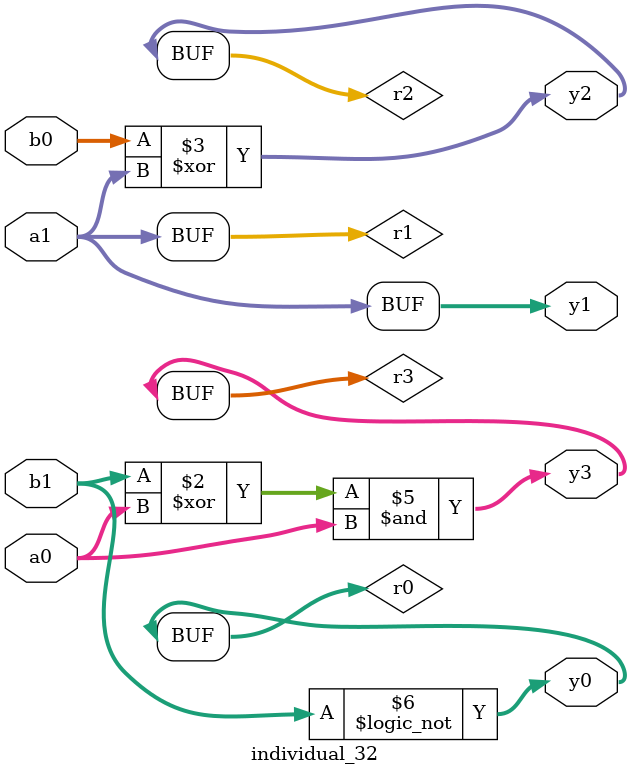
<source format=sv>
module individual_32(input logic [15:0] a1, input logic [15:0] a0, input logic [15:0] b1, input logic [15:0] b0, output logic [15:0] y3, output logic [15:0] y2, output logic [15:0] y1, output logic [15:0] y0);
logic [15:0] r0, r1, r2, r3; 
 always@(*) begin 
	 r0 = a0; r1 = a1; r2 = b0; r3 = b1; 
 	 r3  ^=  a0 ;
 	 r2  ^=  r1 ;
 	 r0  ^=  b0 ;
 	 r3  &=  a0 ;
 	 r0 = ! b1 ;
 	 y3 = r3; y2 = r2; y1 = r1; y0 = r0; 
end
endmodule
</source>
